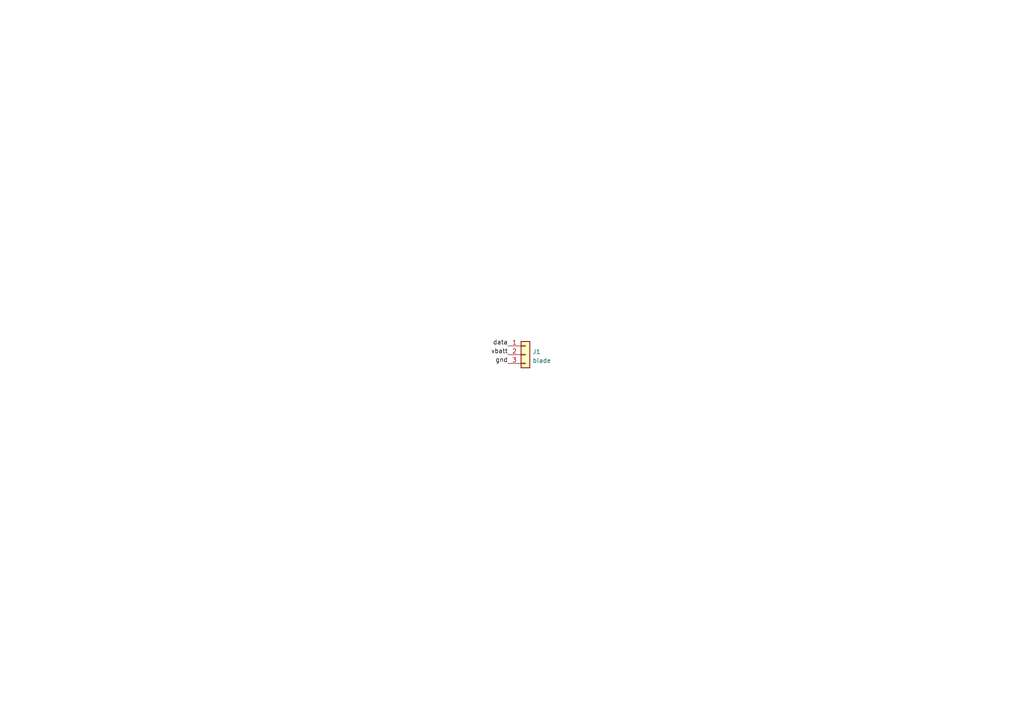
<source format=kicad_sch>
(kicad_sch (version 20211123) (generator eeschema)
  (paper "A4")
  (lib_symbols
    (symbol "Connector_Generic:Conn_01x03" (pin_names (offset 1.016) hide)
      (property "Reference" "J" (at 0 5.08 0))
      (property "Value" "Conn_01x03" (at 0 -5.08 0))
      (symbol "Conn_01x03_1_1"
        (rectangle (start -1.27 -2.413) (end 0 -2.667) (stroke (width 0.1524)))
        (rectangle (start -1.27 0.127) (end 0 -0.127) (stroke (width 0.1524)))
        (rectangle (start -1.27 2.667) (end 0 2.413) (stroke (width 0.1524)))
        (rectangle (start -1.27 3.81) (end 1.27 -3.81) (stroke (width 0.254)) (fill (type background)))
        (pin passive line (at -5.08 2.54 0) (length 3.81) (name "Pin_1") (number "1"))
        (pin passive line (at -5.08 0 0) (length 3.81) (name "Pin_2") (number "2"))
        (pin passive line (at -5.08 -2.54 0) (length 3.81) (name "Pin_3") (number "3"))
      )
    )
  )
  (label "data" (at 147.32 100.33 180))
  (label "gnd" (at 147.32 105.41 180))
  (label "vbatt" (at 147.32 102.87 180))
  (symbol (lib_id "Connector_Generic:Conn_01x03") (at 152.4 102.87 0) (unit 1)
    (property "Reference" "J1" (at 154.432 102.0353 0) (effects (justify left)))
    (property "Value" "blade" (at 154.432 104.5722 0) (effects (justify left)))
    (property "Footprint" "TestPoint:TestPoint_Pad_1.0x1.0mm" (effects hide))
  )
)
</source>
